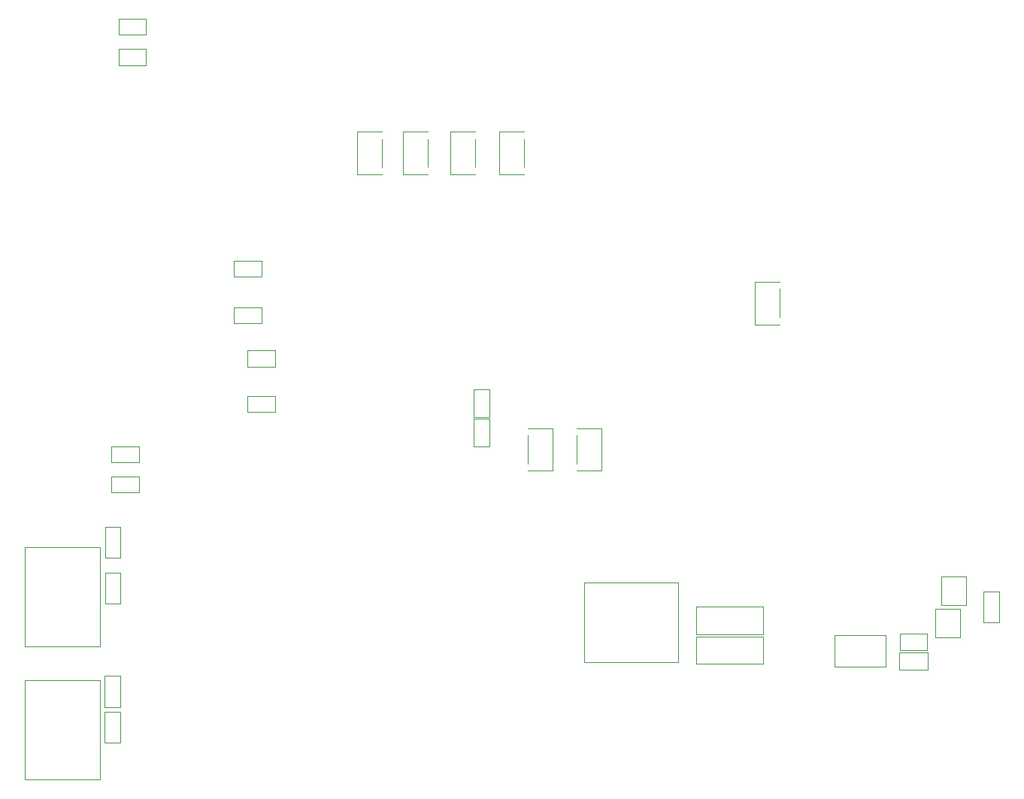
<source format=gbr>
G04 #@! TF.FileFunction,Other,User*
%FSLAX46Y46*%
G04 Gerber Fmt 4.6, Leading zero omitted, Abs format (unit mm)*
G04 Created by KiCad (PCBNEW 4.0.4+e1-6308~48~ubuntu15.10.1-stable) date Thu Mar 22 15:52:19 2018*
%MOMM*%
%LPD*%
G01*
G04 APERTURE LIST*
%ADD10C,0.100000*%
%ADD11C,0.050000*%
G04 APERTURE END LIST*
D10*
D11*
X36507240Y-109190840D02*
X36507240Y-97990840D01*
X36507240Y-97990840D02*
X28057240Y-97990840D01*
X28057240Y-97990840D02*
X28057240Y-109190840D01*
X28057240Y-109190840D02*
X36507240Y-109190840D01*
X38858040Y-85880000D02*
X38858040Y-89380000D01*
X38858040Y-85880000D02*
X37108040Y-85880000D01*
X37108040Y-89380000D02*
X38858040Y-89380000D01*
X37108040Y-89380000D02*
X37108040Y-85880000D01*
X36507240Y-94190840D02*
X36507240Y-82990840D01*
X36507240Y-82990840D02*
X28057240Y-82990840D01*
X28057240Y-82990840D02*
X28057240Y-94190840D01*
X28057240Y-94190840D02*
X36507240Y-94190840D01*
X113050000Y-53100000D02*
X110250000Y-53100000D01*
X110250000Y-57900000D02*
X113050000Y-57900000D01*
X110250000Y-57900000D02*
X110250000Y-53100000D01*
X113050000Y-57100000D02*
X113050000Y-53900000D01*
X68300000Y-36200000D02*
X65500000Y-36200000D01*
X65500000Y-41000000D02*
X68300000Y-41000000D01*
X65500000Y-41000000D02*
X65500000Y-36200000D01*
X68300000Y-40200000D02*
X68300000Y-37000000D01*
X73497240Y-36190840D02*
X70697240Y-36190840D01*
X70697240Y-40990840D02*
X73497240Y-40990840D01*
X70697240Y-40990840D02*
X70697240Y-36190840D01*
X73497240Y-40190840D02*
X73497240Y-36990840D01*
X78797240Y-36190840D02*
X75997240Y-36190840D01*
X75997240Y-40990840D02*
X78797240Y-40990840D01*
X75997240Y-40990840D02*
X75997240Y-36190840D01*
X78797240Y-40190840D02*
X78797240Y-36990840D01*
X84297240Y-36190840D02*
X81497240Y-36190840D01*
X81497240Y-40990840D02*
X84297240Y-40990840D01*
X81497240Y-40990840D02*
X81497240Y-36190840D01*
X84297240Y-40190840D02*
X84297240Y-36990840D01*
X103722440Y-89686800D02*
X111222440Y-89686800D01*
X103722440Y-89686800D02*
X103722440Y-92786800D01*
X111222440Y-92786800D02*
X111222440Y-89686800D01*
X111222440Y-92786800D02*
X103722440Y-92786800D01*
X103722440Y-93039600D02*
X111222440Y-93039600D01*
X103722440Y-93039600D02*
X103722440Y-96139600D01*
X111222440Y-96139600D02*
X111222440Y-93039600D01*
X111222440Y-96139600D02*
X103722440Y-96139600D01*
X91040000Y-91480000D02*
X91040000Y-95980000D01*
X91040000Y-95980000D02*
X101640000Y-95980000D01*
X101640000Y-95980000D02*
X101640000Y-86980000D01*
X101640000Y-86980000D02*
X91040000Y-86980000D01*
X91040000Y-86980000D02*
X91040000Y-91480000D01*
X37098040Y-84198400D02*
X37098040Y-80698400D01*
X37098040Y-84198400D02*
X38848040Y-84198400D01*
X38848040Y-80698400D02*
X37098040Y-80698400D01*
X38848040Y-80698400D02*
X38848040Y-84198400D01*
X37847240Y-71640840D02*
X40947240Y-71640840D01*
X37847240Y-71640840D02*
X37847240Y-73440840D01*
X40947240Y-73440840D02*
X40947240Y-71640840D01*
X40947240Y-73440840D02*
X37847240Y-73440840D01*
X37850000Y-75050000D02*
X40950000Y-75050000D01*
X37850000Y-75050000D02*
X37850000Y-76850000D01*
X40950000Y-76850000D02*
X40950000Y-75050000D01*
X40950000Y-76850000D02*
X37850000Y-76850000D01*
X38647240Y-26890840D02*
X41747240Y-26890840D01*
X38647240Y-26890840D02*
X38647240Y-28690840D01*
X41747240Y-28690840D02*
X41747240Y-26890840D01*
X41747240Y-28690840D02*
X38647240Y-28690840D01*
X38647240Y-23490840D02*
X41747240Y-23490840D01*
X38647240Y-23490840D02*
X38647240Y-25290840D01*
X41747240Y-25290840D02*
X41747240Y-23490840D01*
X41747240Y-25290840D02*
X38647240Y-25290840D01*
X51650000Y-55950000D02*
X54750000Y-55950000D01*
X51650000Y-55950000D02*
X51650000Y-57750000D01*
X54750000Y-57750000D02*
X54750000Y-55950000D01*
X54750000Y-57750000D02*
X51650000Y-57750000D01*
X51650000Y-50700000D02*
X54750000Y-50700000D01*
X51650000Y-50700000D02*
X51650000Y-52500000D01*
X54750000Y-52500000D02*
X54750000Y-50700000D01*
X54750000Y-52500000D02*
X51650000Y-52500000D01*
X53150000Y-65950000D02*
X56250000Y-65950000D01*
X53150000Y-65950000D02*
X53150000Y-67750000D01*
X56250000Y-67750000D02*
X56250000Y-65950000D01*
X56250000Y-67750000D02*
X53150000Y-67750000D01*
X53150000Y-60850000D02*
X56250000Y-60850000D01*
X53150000Y-60850000D02*
X53150000Y-62650000D01*
X56250000Y-62650000D02*
X56250000Y-60850000D01*
X56250000Y-62650000D02*
X53150000Y-62650000D01*
X38807240Y-101526400D02*
X38807240Y-105026400D01*
X38807240Y-101526400D02*
X37057240Y-101526400D01*
X37057240Y-105026400D02*
X38807240Y-105026400D01*
X37057240Y-105026400D02*
X37057240Y-101526400D01*
X37047240Y-101013200D02*
X37047240Y-97513200D01*
X37047240Y-101013200D02*
X38797240Y-101013200D01*
X38797240Y-97513200D02*
X37047240Y-97513200D01*
X38797240Y-97513200D02*
X38797240Y-101013200D01*
X137816440Y-87962800D02*
X137816440Y-91462800D01*
X137816440Y-87962800D02*
X136066440Y-87962800D01*
X136066440Y-91462800D02*
X137816440Y-91462800D01*
X136066440Y-91462800D02*
X136066440Y-87962800D01*
X129748040Y-96758800D02*
X126548040Y-96758800D01*
X126548040Y-96758800D02*
X126548040Y-94858800D01*
X129748040Y-94858800D02*
X126548040Y-94858800D01*
X129748040Y-96758800D02*
X129748040Y-94858800D01*
X129698040Y-94575200D02*
X126598040Y-94575200D01*
X129698040Y-94575200D02*
X129698040Y-92775200D01*
X126598040Y-92775200D02*
X126598040Y-94575200D01*
X126598040Y-92775200D02*
X129698040Y-92775200D01*
X134069240Y-86284000D02*
X131269240Y-86284000D01*
X131269240Y-89484000D02*
X134069240Y-89484000D01*
X131269240Y-89484000D02*
X131269240Y-86284000D01*
X134069240Y-89484000D02*
X134069240Y-86284000D01*
X133408840Y-89941600D02*
X130608840Y-89941600D01*
X130608840Y-93141600D02*
X133408840Y-93141600D01*
X130608840Y-93141600D02*
X130608840Y-89941600D01*
X133408840Y-93141600D02*
X133408840Y-89941600D01*
X125003640Y-96441200D02*
X125003640Y-92941200D01*
X125003640Y-92941200D02*
X119303640Y-92941200D01*
X119303640Y-92941200D02*
X119303640Y-96441200D01*
X119303640Y-96441200D02*
X125003640Y-96441200D01*
X80432440Y-68554000D02*
X80432440Y-71654000D01*
X80432440Y-68554000D02*
X78632440Y-68554000D01*
X78632440Y-71654000D02*
X80432440Y-71654000D01*
X78632440Y-71654000D02*
X78632440Y-68554000D01*
X78632440Y-68352000D02*
X78632440Y-65252000D01*
X78632440Y-68352000D02*
X80432440Y-68352000D01*
X80432440Y-65252000D02*
X78632440Y-65252000D01*
X80432440Y-65252000D02*
X80432440Y-68352000D01*
X84736440Y-74400000D02*
X87536440Y-74400000D01*
X87536440Y-69600000D02*
X84736440Y-69600000D01*
X87536440Y-69600000D02*
X87536440Y-74400000D01*
X84736440Y-70400000D02*
X84736440Y-73600000D01*
X90222840Y-74400000D02*
X93022840Y-74400000D01*
X93022840Y-69600000D02*
X90222840Y-69600000D01*
X93022840Y-69600000D02*
X93022840Y-74400000D01*
X90222840Y-70400000D02*
X90222840Y-73600000D01*
M02*

</source>
